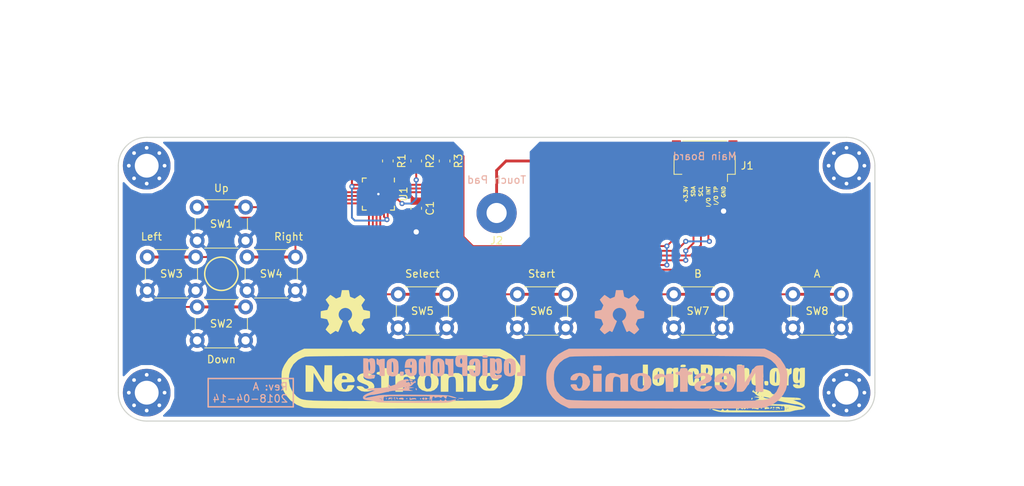
<source format=kicad_pcb>
(kicad_pcb (version 4) (host pcbnew 4.0.7)
  (title_block (title "Nestronic Input Board") (date 2018-04-14) (rev A) (company LogicProbe.org) (comment 1 "Derek Konigsberg"))
  (layers (0 F.Cu signal) (31 B.Cu signal) (34 B.Paste user) (35 F.Paste user) (36 B.SilkS user) (37 F.SilkS user) (38 B.Mask user) (39 F.Mask user) (44 Edge.Cuts user))
  (net 0 "")
  (net 1 +3V3)
  (net 2 GND)
  (net 3 "Net-(J1-Pad2)")
  (net 4 "Net-(J1-Pad3)")
  (net 5 "Net-(J1-Pad4)")
  (net 6 "Net-(J1-Pad5)")
  (net 7 "Net-(R1-Pad2)")
  (net 8 "Net-(R2-Pad2)")
  (net 9 "Net-(SW1-Pad1)")
  (net 10 "Net-(SW2-Pad1)")
  (net 11 "Net-(SW3-Pad1)")
  (net 12 "Net-(SW4-Pad1)")
  (net 13 "Net-(SW5-Pad1)")
  (net 14 "Net-(SW6-Pad1)")
  (net 15 "Net-(SW7-Pad1)")
  (net 16 "Net-(SW8-Pad1)")
  (module lib_fp:LogicProbe (layer B.Cu) (at 93.98 99.06 180)
    (fp_text reference G*** hide)
    (fp_text value LOGO hide)
  )
  (module Capacitor_SMD:C_0805_2012Metric (layer F.Cu) (at 90.17 76.2 270)
    (fp_text reference C1 (at 0 -1.85 270) (layer F.SilkS))
    (fp_text value 0.1uF)
    (pad 1 smd rect (at -0.955 0 270) (size 0.97 1.5) (layers F.Cu F.Paste F.Mask) (net 1 +3V3))
    (pad 2 smd rect (at 0.955 0 270) (size 0.97 1.5) (layers F.Cu F.Paste F.Mask) (net 2 GND))
  )
  (module Connector_JST:JST_SH_SM06B-SRSS-TB_1x06_P1.00mm_Horizontal (layer F.Cu) (at 128.905 69.85 180)
    (fp_text reference J1 (at -5.715 -0.635 180) (layer F.SilkS))
    (fp_text value "Main Board" (at 0 0.635 360) (layer B.SilkS) (effects (justify mirror)))
    (pad 1 smd rect (at -2.5 -2 180) (size 0.6 1.55) (layers F.Cu F.Paste F.Mask) (net 2 GND))
    (pad 2 smd rect (at -1.5 -2 180) (size 0.6 1.55) (layers F.Cu F.Paste F.Mask) (net 3 "Net-(J1-Pad2)"))
    (pad 3 smd rect (at -0.5 -2 180) (size 0.6 1.55) (layers F.Cu F.Paste F.Mask) (net 4 "Net-(J1-Pad3)"))
    (pad 4 smd rect (at 0.5 -2 180) (size 0.6 1.55) (layers F.Cu F.Paste F.Mask) (net 5 "Net-(J1-Pad4)"))
    (pad 5 smd rect (at 1.5 -2 180) (size 0.6 1.55) (layers F.Cu F.Paste F.Mask) (net 6 "Net-(J1-Pad5)"))
    (pad 6 smd rect (at 2.5 -2 180) (size 0.6 1.55) (layers F.Cu F.Paste F.Mask) (net 1 +3V3))
    (pad "" smd rect (at -3.8 1.875 180) (size 1.2 1.8) (layers F.Cu F.Paste F.Mask))
    (pad "" smd rect (at 3.8 1.875 180) (size 1.2 1.8) (layers F.Cu F.Paste F.Mask))
  )
  (module MountingHole:MountingHole_2.7mm_M2.5_Pad (layer F.Cu) (at 100.965 76.835 180)
    (fp_text reference J2 (at 0 -3.7 180) (layer F.SilkS))
    (fp_text value "Touch Pad" (at 0 4.445 180) (layer B.SilkS) (effects (justify mirror)))
    (pad 1 thru_hole circle (at 0 0 180) (size 5.4 5.4) (drill 2.7) (layers *.Cu *.Mask) (net 3 "Net-(J1-Pad2)"))
  )
  (module Resistor_SMD:R_0805_2012Metric (layer F.Cu) (at 86.36 69.85 270)
    (fp_text reference R1 (at 0 -1.85 270) (layer F.SilkS))
    (fp_text value 10k)
    (pad 1 smd rect (at -0.955 0 270) (size 0.97 1.5) (layers F.Cu F.Paste F.Mask) (net 1 +3V3))
    (pad 2 smd rect (at 0.955 0 270) (size 0.97 1.5) (layers F.Cu F.Paste F.Mask) (net 7 "Net-(R1-Pad2)"))
  )
  (module Resistor_SMD:R_0805_2012Metric (layer F.Cu) (at 90.17 69.85 270)
    (fp_text reference R2 (at 0 -1.85 270) (layer F.SilkS))
    (fp_text value 10k)
    (pad 1 smd rect (at -0.955 0 270) (size 0.97 1.5) (layers F.Cu F.Paste F.Mask) (net 1 +3V3))
    (pad 2 smd rect (at 0.955 0 270) (size 0.97 1.5) (layers F.Cu F.Paste F.Mask) (net 8 "Net-(R2-Pad2)"))
  )
  (module Resistor_SMD:R_0805_2012Metric (layer F.Cu) (at 93.98 69.85 270)
    (fp_text reference R3 (at 0 -1.85 270) (layer F.SilkS))
    (fp_text value 10k)
    (pad 1 smd rect (at -0.955 0 270) (size 0.97 1.5) (layers F.Cu F.Paste F.Mask) (net 1 +3V3))
    (pad 2 smd rect (at 0.955 0 270) (size 0.97 1.5) (layers F.Cu F.Paste F.Mask) (net 4 "Net-(J1-Pad3)"))
  )
  (module Button_Switch_THT:SW_PUSH_6mm (layer F.Cu) (at 60.75 76.05)
    (fp_text reference SW1 (at 3.25 2.25) (layer F.SilkS))
    (fp_text value Up (at 3.25 -2.55) (layer F.SilkS))
    (pad 2 thru_hole circle (at 0 4.5 90) (size 2 2) (drill 1.1) (layers *.Cu *.Mask) (net 2 GND))
    (pad 1 thru_hole circle (at 0 0 90) (size 2 2) (drill 1.1) (layers *.Cu *.Mask) (net 9 "Net-(SW1-Pad1)"))
    (pad 2 thru_hole circle (at 6.5 4.5 90) (size 2 2) (drill 1.1) (layers *.Cu *.Mask) (net 2 GND))
    (pad 1 thru_hole circle (at 6.5 0 90) (size 2 2) (drill 1.1) (layers *.Cu *.Mask) (net 9 "Net-(SW1-Pad1)"))
  )
  (module Button_Switch_THT:SW_PUSH_6mm (layer F.Cu) (at 60.75 89.45)
    (fp_text reference SW2 (at 3.25 2.25) (layer F.SilkS))
    (fp_text value Down (at 3.25 7.05) (layer F.SilkS))
    (pad 2 thru_hole circle (at 0 4.5 90) (size 2 2) (drill 1.1) (layers *.Cu *.Mask) (net 2 GND))
    (pad 1 thru_hole circle (at 0 0 90) (size 2 2) (drill 1.1) (layers *.Cu *.Mask) (net 10 "Net-(SW2-Pad1)"))
    (pad 2 thru_hole circle (at 6.5 4.5 90) (size 2 2) (drill 1.1) (layers *.Cu *.Mask) (net 2 GND))
    (pad 1 thru_hole circle (at 6.5 0 90) (size 2 2) (drill 1.1) (layers *.Cu *.Mask) (net 10 "Net-(SW2-Pad1)"))
  )
  (module Button_Switch_THT:SW_PUSH_6mm (layer F.Cu) (at 54.05 82.75)
    (fp_text reference SW3 (at 3.25 2.25) (layer F.SilkS))
    (fp_text value Left (at 0.56 -2.74) (layer F.SilkS))
    (pad 2 thru_hole circle (at 0 4.5 90) (size 2 2) (drill 1.1) (layers *.Cu *.Mask) (net 2 GND))
    (pad 1 thru_hole circle (at 0 0 90) (size 2 2) (drill 1.1) (layers *.Cu *.Mask) (net 11 "Net-(SW3-Pad1)"))
    (pad 2 thru_hole circle (at 6.5 4.5 90) (size 2 2) (drill 1.1) (layers *.Cu *.Mask) (net 2 GND))
    (pad 1 thru_hole circle (at 6.5 0 90) (size 2 2) (drill 1.1) (layers *.Cu *.Mask) (net 11 "Net-(SW3-Pad1)"))
  )
  (module Button_Switch_THT:SW_PUSH_6mm (layer F.Cu) (at 67.45 82.75)
    (fp_text reference SW4 (at 3.25 2.25) (layer F.SilkS))
    (fp_text value Right (at 5.575 -2.74) (layer F.SilkS))
    (pad 2 thru_hole circle (at 0 4.5 90) (size 2 2) (drill 1.1) (layers *.Cu *.Mask) (net 2 GND))
    (pad 1 thru_hole circle (at 0 0 90) (size 2 2) (drill 1.1) (layers *.Cu *.Mask) (net 12 "Net-(SW4-Pad1)"))
    (pad 2 thru_hole circle (at 6.5 4.5 90) (size 2 2) (drill 1.1) (layers *.Cu *.Mask) (net 2 GND))
    (pad 1 thru_hole circle (at 6.5 0 90) (size 2 2) (drill 1.1) (layers *.Cu *.Mask) (net 12 "Net-(SW4-Pad1)"))
  )
  (module Button_Switch_THT:SW_PUSH_6mm (layer F.Cu) (at 87.75 87.75)
    (fp_text reference SW5 (at 3.25 2.25) (layer F.SilkS))
    (fp_text value Select (at 3.25 -2.75) (layer F.SilkS))
    (pad 2 thru_hole circle (at 0 4.5 90) (size 2 2) (drill 1.1) (layers *.Cu *.Mask) (net 2 GND))
    (pad 1 thru_hole circle (at 0 0 90) (size 2 2) (drill 1.1) (layers *.Cu *.Mask) (net 13 "Net-(SW5-Pad1)"))
    (pad 2 thru_hole circle (at 6.5 4.5 90) (size 2 2) (drill 1.1) (layers *.Cu *.Mask) (net 2 GND))
    (pad 1 thru_hole circle (at 6.5 0 90) (size 2 2) (drill 1.1) (layers *.Cu *.Mask) (net 13 "Net-(SW5-Pad1)"))
  )
  (module Button_Switch_THT:SW_PUSH_6mm (layer F.Cu) (at 103.75 87.75)
    (fp_text reference SW6 (at 3.25 2.25) (layer F.SilkS))
    (fp_text value Start (at 3.25 -2.75) (layer F.SilkS))
    (pad 2 thru_hole circle (at 0 4.5 90) (size 2 2) (drill 1.1) (layers *.Cu *.Mask) (net 2 GND))
    (pad 1 thru_hole circle (at 0 0 90) (size 2 2) (drill 1.1) (layers *.Cu *.Mask) (net 14 "Net-(SW6-Pad1)"))
    (pad 2 thru_hole circle (at 6.5 4.5 90) (size 2 2) (drill 1.1) (layers *.Cu *.Mask) (net 2 GND))
    (pad 1 thru_hole circle (at 6.5 0 90) (size 2 2) (drill 1.1) (layers *.Cu *.Mask) (net 14 "Net-(SW6-Pad1)"))
  )
  (module Button_Switch_THT:SW_PUSH_6mm (layer F.Cu) (at 124.75 87.75)
    (fp_text reference SW7 (at 3.25 2.25) (layer F.SilkS))
    (fp_text value B (at 3.25 -2.75) (layer F.SilkS))
    (pad 2 thru_hole circle (at 0 4.5 90) (size 2 2) (drill 1.1) (layers *.Cu *.Mask) (net 2 GND))
    (pad 1 thru_hole circle (at 0 0 90) (size 2 2) (drill 1.1) (layers *.Cu *.Mask) (net 15 "Net-(SW7-Pad1)"))
    (pad 2 thru_hole circle (at 6.5 4.5 90) (size 2 2) (drill 1.1) (layers *.Cu *.Mask) (net 2 GND))
    (pad 1 thru_hole circle (at 6.5 0 90) (size 2 2) (drill 1.1) (layers *.Cu *.Mask) (net 15 "Net-(SW7-Pad1)"))
  )
  (module Button_Switch_THT:SW_PUSH_6mm (layer F.Cu) (at 140.75 87.75)
    (fp_text reference SW8 (at 3.25 2.25) (layer F.SilkS))
    (fp_text value A (at 3.25 -2.75) (layer F.SilkS))
    (pad 2 thru_hole circle (at 0 4.5 90) (size 2 2) (drill 1.1) (layers *.Cu *.Mask) (net 2 GND))
    (pad 1 thru_hole circle (at 0 0 90) (size 2 2) (drill 1.1) (layers *.Cu *.Mask) (net 16 "Net-(SW8-Pad1)"))
    (pad 2 thru_hole circle (at 6.5 4.5 90) (size 2 2) (drill 1.1) (layers *.Cu *.Mask) (net 2 GND))
    (pad 1 thru_hole circle (at 6.5 0 90) (size 2 2) (drill 1.1) (layers *.Cu *.Mask) (net 16 "Net-(SW8-Pad1)"))
  )
  (module MountingHole:MountingHole_3.2mm_M3_Pad_Via (layer F.Cu) (at 53.975 70.485)
    (fp_text reference REF1 hide)
    (fp_text value MountingHole_3.2mm_M3_Pad_Via hide)
    (pad 1 thru_hole circle (at 0 0) (size 6.4 6.4) (drill 3.2) (layers *.Cu *.Mask))
    (pad 1 thru_hole circle (at 2.4 0) (size 0.8 0.8) (drill 0.5) (layers *.Cu *.Mask))
    (pad 1 thru_hole circle (at 1.697056 1.697056) (size 0.8 0.8) (drill 0.5) (layers *.Cu *.Mask))
    (pad 1 thru_hole circle (at 0 2.4) (size 0.8 0.8) (drill 0.5) (layers *.Cu *.Mask))
    (pad 1 thru_hole circle (at -1.697056 1.697056) (size 0.8 0.8) (drill 0.5) (layers *.Cu *.Mask))
    (pad 1 thru_hole circle (at -2.4 0) (size 0.8 0.8) (drill 0.5) (layers *.Cu *.Mask))
    (pad 1 thru_hole circle (at -1.697056 -1.697056) (size 0.8 0.8) (drill 0.5) (layers *.Cu *.Mask))
    (pad 1 thru_hole circle (at 0 -2.4) (size 0.8 0.8) (drill 0.5) (layers *.Cu *.Mask))
    (pad 1 thru_hole circle (at 1.697056 -1.697056) (size 0.8 0.8) (drill 0.5) (layers *.Cu *.Mask))
  )
  (module MountingHole:MountingHole_3.2mm_M3_Pad_Via (layer F.Cu) (at 147.955 70.485)
    (fp_text reference REF2 hide)
    (fp_text value MountingHole_3.2mm_M3_Pad_Via hide)
    (pad 1 thru_hole circle (at 0 0) (size 6.4 6.4) (drill 3.2) (layers *.Cu *.Mask))
    (pad 1 thru_hole circle (at 2.4 0) (size 0.8 0.8) (drill 0.5) (layers *.Cu *.Mask))
    (pad 1 thru_hole circle (at 1.697056 1.697056) (size 0.8 0.8) (drill 0.5) (layers *.Cu *.Mask))
    (pad 1 thru_hole circle (at 0 2.4) (size 0.8 0.8) (drill 0.5) (layers *.Cu *.Mask))
    (pad 1 thru_hole circle (at -1.697056 1.697056) (size 0.8 0.8) (drill 0.5) (layers *.Cu *.Mask))
    (pad 1 thru_hole circle (at -2.4 0) (size 0.8 0.8) (drill 0.5) (layers *.Cu *.Mask))
    (pad 1 thru_hole circle (at -1.697056 -1.697056) (size 0.8 0.8) (drill 0.5) (layers *.Cu *.Mask))
    (pad 1 thru_hole circle (at 0 -2.4) (size 0.8 0.8) (drill 0.5) (layers *.Cu *.Mask))
    (pad 1 thru_hole circle (at 1.697056 -1.697056) (size 0.8 0.8) (drill 0.5) (layers *.Cu *.Mask))
  )
  (module MountingHole:MountingHole_3.2mm_M3_Pad_Via (layer F.Cu) (at 53.975 100.965)
    (fp_text reference REF3 hide)
    (fp_text value MountingHole_3.2mm_M3_Pad_Via hide)
    (pad 1 thru_hole circle (at 0 0) (size 6.4 6.4) (drill 3.2) (layers *.Cu *.Mask))
    (pad 1 thru_hole circle (at 2.4 0) (size 0.8 0.8) (drill 0.5) (layers *.Cu *.Mask))
    (pad 1 thru_hole circle (at 1.697056 1.697056) (size 0.8 0.8) (drill 0.5) (layers *.Cu *.Mask))
    (pad 1 thru_hole circle (at 0 2.4) (size 0.8 0.8) (drill 0.5) (layers *.Cu *.Mask))
    (pad 1 thru_hole circle (at -1.697056 1.697056) (size 0.8 0.8) (drill 0.5) (layers *.Cu *.Mask))
    (pad 1 thru_hole circle (at -2.4 0) (size 0.8 0.8) (drill 0.5) (layers *.Cu *.Mask))
    (pad 1 thru_hole circle (at -1.697056 -1.697056) (size 0.8 0.8) (drill 0.5) (layers *.Cu *.Mask))
    (pad 1 thru_hole circle (at 0 -2.4) (size 0.8 0.8) (drill 0.5) (layers *.Cu *.Mask))
    (pad 1 thru_hole circle (at 1.697056 -1.697056) (size 0.8 0.8) (drill 0.5) (layers *.Cu *.Mask))
  )
  (module MountingHole:MountingHole_3.2mm_M3_Pad_Via (layer F.Cu) (at 147.955 100.965)
    (fp_text reference REF4 hide)
    (fp_text value MountingHole_3.2mm_M3_Pad_Via hide)
    (pad 1 thru_hole circle (at 0 0) (size 6.4 6.4) (drill 3.2) (layers *.Cu *.Mask))
    (pad 1 thru_hole circle (at 2.4 0) (size 0.8 0.8) (drill 0.5) (layers *.Cu *.Mask))
    (pad 1 thru_hole circle (at 1.697056 1.697056) (size 0.8 0.8) (drill 0.5) (layers *.Cu *.Mask))
    (pad 1 thru_hole circle (at 0 2.4) (size 0.8 0.8) (drill 0.5) (layers *.Cu *.Mask))
    (pad 1 thru_hole circle (at -1.697056 1.697056) (size 0.8 0.8) (drill 0.5) (layers *.Cu *.Mask))
    (pad 1 thru_hole circle (at -2.4 0) (size 0.8 0.8) (drill 0.5) (layers *.Cu *.Mask))
    (pad 1 thru_hole circle (at -1.697056 -1.697056) (size 0.8 0.8) (drill 0.5) (layers *.Cu *.Mask))
    (pad 1 thru_hole circle (at 0 -2.4) (size 0.8 0.8) (drill 0.5) (layers *.Cu *.Mask))
    (pad 1 thru_hole circle (at 1.697056 -1.697056) (size 0.8 0.8) (drill 0.5) (layers *.Cu *.Mask))
  )
  (module lib_fp:LOGO (layer B.Cu) (at 123.825 99.06 180)
    (fp_text reference G*** hide)
    (fp_text value LOGO hide)
  )
  (module lib_fp:Via_50mill (layer F.Cu) (at 131.445 76.581)
    (fp_text reference REF** hide)
    (fp_text value Via_50mill hide)
    (pad "" thru_hole circle (at 0 0) (size 1.27 1.27) (drill 0.7112) (layers *.Cu) (net 2 GND))
  )
  (module lib_fp:Via_50mill (layer F.Cu) (at 90.17 79.375)
    (fp_text reference REF** hide)
    (fp_text value Via_50mill hide)
    (pad "" thru_hole circle (at 0 0) (size 1.27 1.27) (drill 0.7112) (layers *.Cu) (net 2 GND))
  )
  (module Symbol:OSHW-Symbol_6.7x6mm_SilkScreen (layer B.Cu) (at 117.475 90.17 180)
    (fp_text reference REF** hide)
    (fp_text value OSHW-Symbol_6.7x6mm_SilkScreen hide)
  )
  (module Symbol:OSHW-Symbol_6.7x6mm_SilkScreen (layer F.Cu) (at 80.645 90.17)
    (fp_text reference REF** hide)
    (fp_text value OSHW-Symbol_6.7x6mm_SilkScreen hide)
  )
  (module lib_fp:LOGO (layer F.Cu) (at 88.265 99.06)
    (fp_text reference G*** hide)
    (fp_text value LOGO hide)
  )
  (module lib_fp:LogicProbe (layer F.Cu) (at 131.445 100.33)
    (fp_text reference G*** hide)
    (fp_text value LOGO hide)
  )
  (module lib_fp:WQFN-24-1EP_4x4mm_P0.5mm_EP2.45x2.45mm (layer F.Cu) (at 85.09 74.295 270)
    (fp_text reference U1 (at 0 -3.375 270) (layer F.SilkS))
    (fp_text value TCA8418)
    (pad 1 smd rect (at -1.9 -1.25 270) (size 0.6 0.24) (layers F.Cu F.Paste F.Mask) (net 7 "Net-(R1-Pad2)"))
    (pad 2 smd rect (at -1.9 -0.75 270) (size 0.6 0.24) (layers F.Cu F.Paste F.Mask) (net 7 "Net-(R1-Pad2)"))
    (pad 3 smd rect (at -1.9 -0.25 270) (size 0.6 0.24) (layers F.Cu F.Paste F.Mask) (net 7 "Net-(R1-Pad2)"))
    (pad 4 smd rect (at -1.9 0.25 270) (size 0.6 0.24) (layers F.Cu F.Paste F.Mask) (net 7 "Net-(R1-Pad2)"))
    (pad 5 smd rect (at -1.9 0.75 270) (size 0.6 0.24) (layers F.Cu F.Paste F.Mask) (net 7 "Net-(R1-Pad2)"))
    (pad 6 smd rect (at -1.9 1.25 270) (size 0.6 0.24) (layers F.Cu F.Paste F.Mask) (net 7 "Net-(R1-Pad2)"))
    (pad 7 smd rect (at -1.25 1.9) (size 0.6 0.24) (layers F.Cu F.Paste F.Mask) (net 7 "Net-(R1-Pad2)"))
    (pad 8 smd rect (at -0.75 1.9) (size 0.6 0.24) (layers F.Cu F.Paste F.Mask) (net 7 "Net-(R1-Pad2)"))
    (pad 9 smd rect (at -0.25 1.9) (size 0.6 0.24) (layers F.Cu F.Paste F.Mask) (net 9 "Net-(SW1-Pad1)"))
    (pad 10 smd rect (at 0.25 1.9) (size 0.6 0.24) (layers F.Cu F.Paste F.Mask) (net 10 "Net-(SW2-Pad1)"))
    (pad 11 smd rect (at 0.75 1.9) (size 0.6 0.24) (layers F.Cu F.Paste F.Mask) (net 11 "Net-(SW3-Pad1)"))
    (pad 12 smd rect (at 1.25 1.9) (size 0.6 0.24) (layers F.Cu F.Paste F.Mask) (net 12 "Net-(SW4-Pad1)"))
    (pad 13 smd rect (at 1.9 1.25 270) (size 0.6 0.24) (layers F.Cu F.Paste F.Mask) (net 13 "Net-(SW5-Pad1)"))
    (pad 14 smd rect (at 1.9 0.75 270) (size 0.6 0.24) (layers F.Cu F.Paste F.Mask) (net 14 "Net-(SW6-Pad1)"))
    (pad 15 smd rect (at 1.9 0.25 270) (size 0.6 0.24) (layers F.Cu F.Paste F.Mask) (net 15 "Net-(SW7-Pad1)"))
    (pad 16 smd rect (at 1.9 -0.25 270) (size 0.6 0.24) (layers F.Cu F.Paste F.Mask) (net 16 "Net-(SW8-Pad1)"))
    (pad 17 smd rect (at 1.9 -0.75 270) (size 0.6 0.24) (layers F.Cu F.Paste F.Mask) (net 7 "Net-(R1-Pad2)"))
    (pad 18 smd rect (at 1.9 -1.25 270) (size 0.6 0.24) (layers F.Cu F.Paste F.Mask) (net 7 "Net-(R1-Pad2)"))
    (pad 19 smd rect (at 1.25 -1.9) (size 0.6 0.24) (layers F.Cu F.Paste F.Mask) (net 2 GND))
    (pad 20 smd rect (at 0.75 -1.9) (size 0.6 0.24) (layers F.Cu F.Paste F.Mask) (net 8 "Net-(R2-Pad2)"))
    (pad 21 smd rect (at 0.25 -1.9) (size 0.6 0.24) (layers F.Cu F.Paste F.Mask) (net 1 +3V3))
    (pad 22 smd rect (at -0.25 -1.9) (size 0.6 0.24) (layers F.Cu F.Paste F.Mask) (net 6 "Net-(J1-Pad5)"))
    (pad 23 smd rect (at -0.75 -1.9) (size 0.6 0.24) (layers F.Cu F.Paste F.Mask) (net 5 "Net-(J1-Pad4)"))
    (pad 24 smd rect (at -1.25 -1.9) (size 0.6 0.24) (layers F.Cu F.Paste F.Mask) (net 4 "Net-(J1-Pad3)"))
    (pad 25 smd rect (at 0 0 270) (size 2.45 2.45) (layers F.Cu F.Mask) (net 2 GND))
  )
  (module lib_fp:Via_27mill (layer F.Cu) (at 85.09 74.295)
    (fp_text reference REF** hide)
    (fp_text value Via_27mill hide)
    (pad "" thru_hole circle (at 0 0) (size 0.6858 0.6858) (drill 0.3302) (layers *.Cu) (net 2 GND))
  )
  (gr_line (start 73.66 102.87) (end 62.23 102.87) (angle 90) (layer B.SilkS) (width 0.2))
  (gr_line (start 73.66 99.06) (end 73.66 102.87) (angle 90) (layer B.SilkS) (width 0.2))
  (gr_line (start 62.23 99.06) (end 73.66 99.06) (angle 90) (layer B.SilkS) (width 0.2))
  (gr_line (start 62.23 102.87) (end 62.23 99.06) (angle 90) (layer B.SilkS) (width 0.2))
  (gr_text "Rev: A\n2018-04-14" (at 73.025 100.965) (layer B.SilkS) (effects (font (size 1 1)) (justify left mirror)))
  (gr_text GND (at 131.445 73.152 90) (layer F.SilkS) (effects (font (size 0.5 0.5) (thickness 0.125)) (justify right)))
  (gr_text "I/O TP" (at 130.429 73.152 90) (layer F.SilkS) (effects (font (size 0.5 0.5) (thickness 0.125)) (justify right)))
  (gr_text "I/O INT" (at 129.413 73.152 90) (layer F.SilkS) (effects (font (size 0.5 0.5) (thickness 0.125)) (justify right)))
  (gr_text SCL (at 128.397 73.152 90) (layer F.SilkS) (effects (font (size 0.5 0.5) (thickness 0.125)) (justify right)))
  (gr_text SDA (at 127.381 73.152 90) (layer F.SilkS) (effects (font (size 0.5 0.5) (thickness 0.125)) (justify right)))
  (gr_text +3.3V (at 126.365 73.152 90) (layer F.SilkS) (effects (font (size 0.5 0.5) (thickness 0.125)) (justify right)))
  (gr_line (start 151.765 70.485) (end 151.765 100.965) (angle 90) (layer Edge.Cuts) (width 0.15))
  (gr_line (start 50.165 70.485) (end 50.165 100.965) (angle 90) (layer Edge.Cuts) (width 0.15))
  (gr_arc (start 53.975 70.485) (end 50.165 70.485) (angle 90) (layer Edge.Cuts) (width 0.15))
  (gr_line (start 147.955 66.675) (end 53.975 66.675) (angle 90) (layer Edge.Cuts) (width 0.15))
  (gr_arc (start 147.955 70.485) (end 147.955 66.675) (angle 90) (layer Edge.Cuts) (width 0.15))
  (gr_line (start 53.975 104.775) (end 147.955 104.775) (angle 90) (layer Edge.Cuts) (width 0.15))
  (gr_arc (start 53.975 100.965) (end 53.975 104.775) (angle 90) (layer Edge.Cuts) (width 0.15))
  (gr_arc (start 147.955 100.965) (end 151.765 100.965) (angle 90) (layer Edge.Cuts) (width 0.15))
  (gr_circle (center 64 85) (end 66 86) (layer F.SilkS) (width 0.2))
  (segment (start 90.17 68.895) (end 86.36 68.895) (width 0.254) (layer F.Cu) (net 1))
  (segment (start 93.98 68.895) (end 90.17 68.895) (width 0.254) (layer F.Cu) (net 1))
  (segment (start 123.825 81.28) (end 97.79 81.28) (width 0.254) (layer F.Cu) (net 1))
  (segment (start 96.2 68.895) (end 93.98 68.895) (width 0.254) (layer F.Cu) (net 1))
  (segment (start 96.52 69.215) (end 96.2 68.895) (width 0.254) (layer F.Cu) (net 1))
  (segment (start 96.52 80.01) (end 96.52 69.215) (width 0.254) (layer F.Cu) (net 1))
  (segment (start 97.79 81.28) (end 96.52 80.01) (width 0.254) (layer F.Cu) (net 1))
  (segment (start 90.17 75.245) (end 93.025 75.245) (width 0.254) (layer F.Cu) (net 1))
  (segment (start 126.365 78.74) (end 126.365 71.89) (width 0.254) (layer F.Cu) (net 1))
  (segment (start 123.825 81.28) (end 126.365 78.74) (width 0.254) (layer F.Cu) (net 1))
  (via (at 123.825 81.28) (size 0.6858) (drill 0.3302) (layers F.Cu B.Cu) (net 1))
  (segment (start 123.825 83.82) (end 123.825 81.28) (width 0.254) (layer B.Cu) (net 1))
  (via (at 123.825 83.82) (size 0.6858) (drill 0.3302) (layers F.Cu B.Cu) (net 1))
  (segment (start 95.25 83.82) (end 123.825 83.82) (width 0.254) (layer F.Cu) (net 1))
  (segment (start 93.98 82.55) (end 95.25 83.82) (width 0.254) (layer F.Cu) (net 1))
  (segment (start 93.98 76.2) (end 93.98 82.55) (width 0.254) (layer F.Cu) (net 1))
  (segment (start 93.025 75.245) (end 93.98 76.2) (width 0.254) (layer F.Cu) (net 1))
  (segment (start 126.365 71.89) (end 126.405 71.85) (width 0.254) (layer F.Cu) (net 1))
  (segment (start 89.47 74.545) (end 90.17 75.245) (width 0.254) (layer F.Cu) (net 1))
  (segment (start 87.065 74.545) (end 89.47 74.545) (width 0.254) (layer F.Cu) (net 1))
  (segment (start 131.405 71.85) (end 131.405 76.541) (width 0.381) (layer F.Cu) (net 2))
  (segment (start 131.405 76.541) (end 131.445 76.581) (width 0.381) (layer F.Cu) (net 2))
  (segment (start 90.17 77.155) (end 90.17 79.375) (width 0.381) (layer F.Cu) (net 2))
  (segment (start 87.95 77.155) (end 90.17 77.155) (width 0.254) (layer F.Cu) (net 2))
  (segment (start 87.065 76.27) (end 87.95 77.155) (width 0.254) (layer F.Cu) (net 2))
  (segment (start 87.065 75.545) (end 87.065 76.27) (width 0.254) (layer F.Cu) (net 2))
  (segment (start 130.405 71.85) (end 130.405 70.715) (width 0.381) (layer F.Cu) (net 3))
  (segment (start 100.965 71.12) (end 100.965 76.835) (width 0.381) (layer F.Cu) (net 3))
  (segment (start 102.235 69.85) (end 100.965 71.12) (width 0.381) (layer F.Cu) (net 3))
  (segment (start 129.54 69.85) (end 102.235 69.85) (width 0.381) (layer F.Cu) (net 3))
  (segment (start 130.405 70.715) (end 129.54 69.85) (width 0.381) (layer F.Cu) (net 3))
  (segment (start 93.98 70.805) (end 93.98 73.045) (width 0.254) (layer F.Cu) (net 4))
  (segment (start 93.98 73.045) (end 93.98 73.025) (width 0.254) (layer F.Cu) (net 4))
  (segment (start 93.98 73.025) (end 93.98 73.045) (width 0.254) (layer F.Cu) (net 4))
  (segment (start 93.98 73.045) (end 94.635 73.045) (width 0.254) (layer F.Cu) (net 4))
  (segment (start 129.405 80.51) (end 129.405 71.85) (width 0.254) (layer F.Cu) (net 4))
  (segment (start 129.54 80.645) (end 129.405 80.51) (width 0.254) (layer F.Cu) (net 4))
  (via (at 129.54 80.645) (size 0.6858) (drill 0.3302) (layers F.Cu B.Cu) (net 4))
  (segment (start 126.365 80.645) (end 129.54 80.645) (width 0.254) (layer B.Cu) (net 4))
  (via (at 126.365 80.645) (size 0.6858) (drill 0.3302) (layers F.Cu B.Cu) (net 4))
  (segment (start 125.095 81.915) (end 126.365 80.645) (width 0.254) (layer F.Cu) (net 4))
  (segment (start 97.155 81.915) (end 125.095 81.915) (width 0.254) (layer F.Cu) (net 4))
  (segment (start 95.885 80.645) (end 97.155 81.915) (width 0.254) (layer F.Cu) (net 4))
  (segment (start 95.885 74.295) (end 95.885 80.645) (width 0.254) (layer F.Cu) (net 4))
  (segment (start 94.635 73.045) (end 95.885 74.295) (width 0.254) (layer F.Cu) (net 4))
  (segment (start 87.065 73.045) (end 93.98 73.045) (width 0.254) (layer F.Cu) (net 4))
  (segment (start 128.405 81.145) (end 128.405 71.85) (width 0.254) (layer F.Cu) (net 5))
  (segment (start 127 82.55) (end 128.405 81.145) (width 0.254) (layer F.Cu) (net 5))
  (segment (start 96.52 82.55) (end 127 82.55) (width 0.254) (layer F.Cu) (net 5))
  (segment (start 95.25 81.28) (end 96.52 82.55) (width 0.254) (layer F.Cu) (net 5))
  (segment (start 95.25 74.93) (end 95.25 81.28) (width 0.254) (layer F.Cu) (net 5))
  (segment (start 93.865 73.545) (end 95.25 74.93) (width 0.254) (layer F.Cu) (net 5))
  (segment (start 87.065 73.545) (end 93.865 73.545) (width 0.254) (layer F.Cu) (net 5))
  (segment (start 127.405 71.85) (end 127.405 80.875) (width 0.254) (layer F.Cu) (net 6))
  (segment (start 127.405 80.875) (end 126.365 81.915) (width 0.254) (layer F.Cu) (net 6))
  (via (at 126.365 81.915) (size 0.6858) (drill 0.3302) (layers F.Cu B.Cu) (net 6))
  (segment (start 126.365 81.915) (end 126.365 83.185) (width 0.254) (layer B.Cu) (net 6))
  (segment (start 87.065 74.045) (end 93.095 74.045) (width 0.254) (layer F.Cu) (net 6))
  (segment (start 93.095 74.045) (end 94.615 75.565) (width 0.254) (layer F.Cu) (net 6))
  (segment (start 94.615 81.915) (end 94.615 75.565) (width 0.254) (layer F.Cu) (net 6))
  (segment (start 95.885 83.185) (end 94.615 81.915) (width 0.254) (layer F.Cu) (net 6))
  (segment (start 126.365 83.185) (end 95.885 83.185) (width 0.254) (layer F.Cu) (net 6))
  (via (at 126.365 83.185) (size 0.6858) (drill 0.3302) (layers F.Cu B.Cu) (net 6))
  (segment (start 86.34 76.27) (end 86.34 77.617) (width 0.254) (layer F.Cu) (net 7))
  (segment (start 85.84 76.27) (end 85.84 77.331) (width 0.254) (layer F.Cu) (net 7))
  (segment (start 85.84 77.331) (end 86.233 77.724) (width 0.254) (layer F.Cu) (net 7))
  (via (at 86.233 77.724) (size 0.6858) (drill 0.3302) (layers F.Cu B.Cu) (net 7))
  (segment (start 86.233 77.724) (end 86.106 77.851) (width 0.254) (layer B.Cu) (net 7))
  (segment (start 86.34 77.617) (end 86.233 77.724) (width 0.254) (layer F.Cu) (net 7))
  (segment (start 86.34 72.32) (end 86.34 70.825) (width 0.254) (layer F.Cu) (net 7))
  (segment (start 83.84 70.805) (end 86.36 70.805) (width 0.254) (layer F.Cu) (net 7))
  (segment (start 81.534 73.279) (end 81.534 70.866) (width 0.254) (layer F.Cu) (net 7))
  (via (at 81.534 73.279) (size 0.6858) (drill 0.3302) (layers F.Cu B.Cu) (net 7))
  (segment (start 81.534 77.47) (end 81.534 73.279) (width 0.254) (layer B.Cu) (net 7))
  (segment (start 81.915 77.851) (end 81.534 77.47) (width 0.254) (layer B.Cu) (net 7))
  (segment (start 81.534 70.866) (end 81.595 70.805) (width 0.254) (layer F.Cu) (net 7))
  (segment (start 81.595 70.805) (end 86.36 70.805) (width 0.254) (layer F.Cu) (net 7))
  (segment (start 81.534 73.533) (end 81.534 70.866) (width 0.254) (layer F.Cu) (net 7))
  (segment (start 81.546 73.545) (end 81.534 73.533) (width 0.254) (layer F.Cu) (net 7))
  (segment (start 81.534 70.866) (end 81.595 70.805) (width 0.254) (layer F.Cu) (net 7))
  (segment (start 81.595 70.805) (end 86.36 70.805) (width 0.254) (layer F.Cu) (net 7))
  (segment (start 81.595 70.805) (end 86.36 70.805) (width 0.254) (layer F.Cu) (net 7))
  (segment (start 81.534 70.866) (end 81.595 70.805) (width 0.254) (layer F.Cu) (net 7))
  (segment (start 81.534 73.025) (end 81.534 70.866) (width 0.254) (layer F.Cu) (net 7))
  (segment (start 81.554 73.045) (end 81.534 73.025) (width 0.254) (layer F.Cu) (net 7))
  (segment (start 84.413 70.805) (end 86.36 70.805) (width 0.254) (layer F.Cu) (net 7))
  (segment (start 84.905 70.805) (end 86.36 70.805) (width 0.254) (layer F.Cu) (net 7))
  (segment (start 85.405 70.805) (end 86.36 70.805) (width 0.254) (layer F.Cu) (net 7))
  (segment (start 85.84 71.325) (end 86.36 70.805) (width 0.254) (layer F.Cu) (net 7))
  (segment (start 86.34 70.825) (end 86.36 70.805) (width 0.254) (layer F.Cu) (net 7))
  (segment (start 85.84 72.32) (end 85.84 71.325) (width 0.254) (layer F.Cu) (net 7))
  (segment (start 86.106 77.851) (end 81.915 77.851) (width 0.254) (layer B.Cu) (net 7))
  (segment (start 85.34 72.32) (end 85.34 70.87) (width 0.254) (layer F.Cu) (net 7))
  (segment (start 85.34 70.87) (end 85.405 70.805) (width 0.254) (layer F.Cu) (net 7))
  (segment (start 84.84 72.32) (end 84.84 70.87) (width 0.254) (layer F.Cu) (net 7))
  (segment (start 84.84 70.87) (end 84.905 70.805) (width 0.254) (layer F.Cu) (net 7))
  (segment (start 84.34 72.32) (end 84.34 70.878) (width 0.254) (layer F.Cu) (net 7))
  (segment (start 84.34 70.878) (end 84.413 70.805) (width 0.254) (layer F.Cu) (net 7))
  (segment (start 83.84 72.32) (end 83.84 70.805) (width 0.254) (layer F.Cu) (net 7))
  (segment (start 83.115 73.045) (end 81.554 73.045) (width 0.254) (layer F.Cu) (net 7))
  (segment (start 83.115 73.545) (end 81.546 73.545) (width 0.254) (layer F.Cu) (net 7))
  (segment (start 87.065 75.045) (end 87.745 75.045) (width 0.254) (layer F.Cu) (net 8))
  (segment (start 87.745 75.045) (end 88.265 75.565) (width 0.254) (layer F.Cu) (net 8))
  (segment (start 90.17 72.39) (end 90.17 70.805) (width 0.254) (layer F.Cu) (net 8))
  (via (at 90.17 72.39) (size 0.6858) (drill 0.3302) (layers F.Cu B.Cu) (net 8))
  (segment (start 90.17 74.93) (end 90.17 72.39) (width 0.254) (layer B.Cu) (net 8))
  (segment (start 89.535 75.565) (end 90.17 74.93) (width 0.254) (layer B.Cu) (net 8))
  (segment (start 88.265 75.565) (end 89.535 75.565) (width 0.254) (layer B.Cu) (net 8))
  (via (at 88.265 75.565) (size 0.6858) (drill 0.3302) (layers F.Cu B.Cu) (net 8))
  (segment (start 67.25 76.05) (end 70.635 76.05) (width 0.254) (layer F.Cu) (net 9))
  (segment (start 60.75 76.05) (end 67.25 76.05) (width 0.381) (layer F.Cu) (net 9))
  (segment (start 72.64 74.045) (end 83.115 74.045) (width 0.254) (layer F.Cu) (net 9))
  (segment (start 70.635 76.05) (end 72.64 74.045) (width 0.254) (layer F.Cu) (net 9))
  (segment (start 53.255 89.45) (end 60.75 89.45) (width 0.254) (layer F.Cu) (net 10))
  (segment (start 52.07 88.265) (end 53.255 89.45) (width 0.254) (layer F.Cu) (net 10))
  (segment (start 52.07 80.01) (end 52.07 88.265) (width 0.254) (layer F.Cu) (net 10))
  (segment (start 53.34 78.74) (end 52.07 80.01) (width 0.254) (layer F.Cu) (net 10))
  (segment (start 60.96 78.74) (end 53.34 78.74) (width 0.254) (layer F.Cu) (net 10))
  (segment (start 62.23 77.47) (end 60.96 78.74) (width 0.254) (layer F.Cu) (net 10))
  (segment (start 71.12 77.47) (end 62.23 77.47) (width 0.254) (layer F.Cu) (net 10))
  (segment (start 60.75 89.45) (end 67.25 89.45) (width 0.381) (layer F.Cu) (net 10))
  (segment (start 83.115 74.545) (end 74.045 74.545) (width 0.254) (layer F.Cu) (net 10))
  (segment (start 74.045 74.545) (end 71.12 77.47) (width 0.254) (layer F.Cu) (net 10))
  (segment (start 74.815 75.045) (end 83.115 75.045) (width 0.254) (layer F.Cu) (net 11))
  (segment (start 71.755 78.105) (end 74.815 75.045) (width 0.254) (layer F.Cu) (net 11))
  (segment (start 64.77 78.105) (end 71.755 78.105) (width 0.254) (layer F.Cu) (net 11))
  (segment (start 62.865 80.01) (end 64.77 78.105) (width 0.254) (layer F.Cu) (net 11))
  (segment (start 62.865 81.915) (end 62.865 80.01) (width 0.254) (layer F.Cu) (net 11))
  (segment (start 62.03 82.75) (end 62.865 81.915) (width 0.254) (layer F.Cu) (net 11))
  (segment (start 60.55 82.75) (end 62.03 82.75) (width 0.254) (layer F.Cu) (net 11))
  (segment (start 54.05 82.75) (end 60.55 82.75) (width 0.381) (layer F.Cu) (net 11))
  (segment (start 83.115 75.545) (end 75.585 75.545) (width 0.254) (layer F.Cu) (net 12))
  (segment (start 75.585 75.545) (end 73.95 77.18) (width 0.254) (layer F.Cu) (net 12))
  (segment (start 73.95 77.18) (end 73.95 82.75) (width 0.254) (layer F.Cu) (net 12))
  (segment (start 67.45 82.75) (end 73.95 82.75) (width 0.381) (layer F.Cu) (net 12))
  (segment (start 83.82 86.36) (end 83.82 76.29) (width 0.254) (layer F.Cu) (net 13))
  (segment (start 83.82 76.29) (end 83.84 76.27) (width 0.254) (layer F.Cu) (net 13))
  (segment (start 85.21 87.75) (end 83.82 86.36) (width 0.254) (layer F.Cu) (net 13))
  (segment (start 87.75 87.75) (end 85.21 87.75) (width 0.254) (layer F.Cu) (net 13))
  (segment (start 87.75 87.75) (end 94.25 87.75) (width 0.381) (layer F.Cu) (net 13))
  (segment (start 84.34 84.34) (end 84.34 76.27) (width 0.254) (layer F.Cu) (net 14))
  (segment (start 85.725 85.725) (end 84.34 84.34) (width 0.254) (layer F.Cu) (net 14))
  (segment (start 95.25 85.725) (end 85.725 85.725) (width 0.254) (layer F.Cu) (net 14))
  (segment (start 97.275 87.75) (end 95.25 85.725) (width 0.254) (layer F.Cu) (net 14))
  (segment (start 103.75 87.75) (end 97.275 87.75) (width 0.254) (layer F.Cu) (net 14))
  (segment (start 103.75 87.75) (end 110.25 87.75) (width 0.381) (layer F.Cu) (net 14))
  (segment (start 84.84 83.57) (end 84.84 76.27) (width 0.254) (layer F.Cu) (net 15))
  (segment (start 86.36 85.09) (end 84.84 83.57) (width 0.254) (layer F.Cu) (net 15))
  (segment (start 114.3 85.09) (end 86.36 85.09) (width 0.254) (layer F.Cu) (net 15))
  (segment (start 116.96 87.75) (end 114.3 85.09) (width 0.254) (layer F.Cu) (net 15))
  (segment (start 124.75 87.75) (end 116.96 87.75) (width 0.254) (layer F.Cu) (net 15))
  (segment (start 124.75 87.75) (end 131.25 87.75) (width 0.381) (layer F.Cu) (net 15))
  (segment (start 85.34 82.8) (end 85.34 76.27) (width 0.254) (layer F.Cu) (net 16))
  (segment (start 86.995 84.455) (end 85.34 82.8) (width 0.254) (layer F.Cu) (net 16))
  (segment (start 133.35 84.455) (end 86.995 84.455) (width 0.254) (layer F.Cu) (net 16))
  (segment (start 136.645 87.75) (end 133.35 84.455) (width 0.254) (layer F.Cu) (net 16))
  (segment (start 140.75 87.75) (end 136.645 87.75) (width 0.254) (layer F.Cu) (net 16))
  (segment (start 140.75 87.75) (end 147.25 87.75) (width 0.381) (layer F.Cu) (net 16))
  (zone (net 2) (net_name GND) (layer B.Cu) (connect_pads (clearance 0.508)) (min_thickness 0.254) (fill yes (arc_segments 16) (thermal_gap 0.508) (thermal_bridge_width 0.508))
    (polygon (pts (xy 50.165 66.675) (xy 151.765 66.675) (xy 151.765 104.775) (xy 50.165 104.775)))
  )
  (zone (net 0) (net_name "") (layer B.Cu) (connect_pads (clearance 0.508)) (min_thickness 0.254)
    (keepout (tracks allowed) (vias allowed) (copperpour not_allowed))
    (fill (arc_segments 16) (thermal_gap 0.508) (thermal_bridge_width 0.508))
    (polygon (pts (xy 105.41 68.58) (xy 105.41 80.01) (xy 104.14 81.28) (xy 97.79 81.28) (xy 96.52 80.01) (xy 96.52 68.58) (xy 94.615 66.675) (xy 107.315 66.675)))
  )
)
</source>
